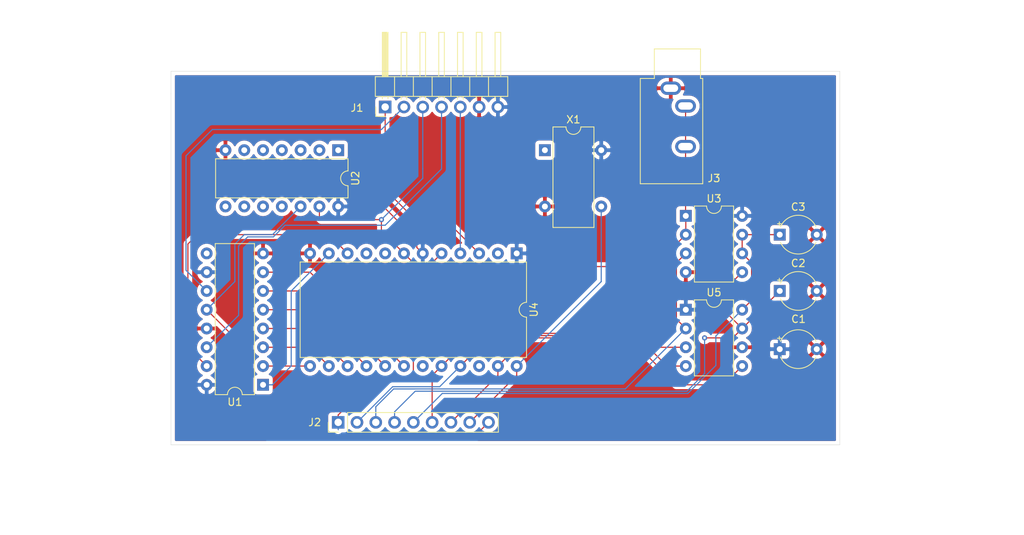
<source format=kicad_pcb>
(kicad_pcb (version 20171130) (host pcbnew "(5.1.4)-1")
  (layers (0 F.Cu signal) (31 B.Cu signal) (36 B.SilkS user) (37 F.SilkS user) (38 B.Mask user) (39 F.Mask user) (44 Edge.Cuts user))
  (net 0 "")
  (net 1 +5V)
  (net 2 GND)
  (net 3 DAC_RB)
  (net 4 DAC_MP)
  (net 5 YM_RST_N)
  (net 6 SERIAL_CLK)
  (net 7 WR_N)
  (net 8 SERIAL_IN)
  (net 9 YM_A0)
  (net 10 AUDIO_LINE)
  (net 11 D_SOUND)
  (net 12 BUFF)
  (net 13 SYNC)
  (net 14 DAC_CLK)
  (net 15 358_CLK)
  (net 16 REG_CLK)
  (net 17 D1)
  (net 18 "Net-(U1-Pad9)")
  (net 19 D2)
  (net 20 D3)
  (net 21 D4)
  (net 22 D5)
  (net 23 D6)
  (net 24 D7)
  (net 25 DO)
  (net 26 "Net-(U2-Pad1)")
  (net 27 "Net-(U2-Pad8)")
  (net 28 "Net-(U2-Pad2)")
  (net 29 "Net-(U2-Pad9)")
  (net 30 "Net-(U2-Pad3)")
  (net 31 "Net-(U2-Pad10)")
  (net 32 "Net-(U2-Pad4)")
  (net 33 "Net-(U2-Pad11)")
  (net 34 "Net-(U2-Pad5)")
  (net 35 "Net-(U2-Pad6)")
  (net 36 "Net-(U4-Pad2)")
  (net 37 "Net-(U4-Pad19)")
  (net 38 "Net-(U4-Pad8)")
  (net 39 "Net-(U4-Pad9)")
  (net 40 "Net-(U4-Pad22)")
  (net 41 "Net-(X1-Pad1)")
  (module Package_DIP:DIP-8_W7.62mm (layer F.Cu) (at 127 49.53)
    (fp_text reference U3 (at 3.81 -2.33) (layer F.SilkS))
    (fp_text value LM358)
    (fp_line (start 6.46 -1.33) (end 4.81 -1.33) (layer F.SilkS) (width 0.12))
    (fp_line (start 6.46 8.95) (end 6.46 -1.33) (layer F.SilkS) (width 0.12))
    (fp_line (start 1.16 8.95) (end 6.46 8.95) (layer F.SilkS) (width 0.12))
    (fp_line (start 1.16 -1.33) (end 1.16 8.95) (layer F.SilkS) (width 0.12))
    (fp_line (start 2.81 -1.33) (end 1.16 -1.33) (layer F.SilkS) (width 0.12))
    (fp_arc (start 3.81 -1.33) (end 2.81 -1.33) (angle -180) (layer F.SilkS) (width 0.12))
    (pad 8 thru_hole oval (at 7.62 0) (size 1.6 1.6) (drill 0.8) (layers *.Cu *.Mask) (net 1 +5V))
    (pad 4 thru_hole oval (at 0 7.62) (size 1.6 1.6) (drill 0.8) (layers *.Cu *.Mask) (net 2 GND))
    (pad 7 thru_hole oval (at 7.62 2.54) (size 1.6 1.6) (drill 0.8) (layers *.Cu *.Mask) (net 4 DAC_MP))
    (pad 3 thru_hole oval (at 0 5.08) (size 1.6 1.6) (drill 0.8) (layers *.Cu *.Mask) (net 12 BUFF))
    (pad 6 thru_hole oval (at 7.62 5.08) (size 1.6 1.6) (drill 0.8) (layers *.Cu *.Mask) (net 4 DAC_MP))
    (pad 2 thru_hole oval (at 0 2.54) (size 1.6 1.6) (drill 0.8) (layers *.Cu *.Mask) (net 10 AUDIO_LINE))
    (pad 5 thru_hole oval (at 7.62 7.62) (size 1.6 1.6) (drill 0.8) (layers *.Cu *.Mask) (net 3 DAC_RB))
    (pad 1 thru_hole rect (at 0 0) (size 1.6 1.6) (drill 0.8) (layers *.Cu *.Mask) (net 10 AUDIO_LINE))
  )
  (module Package_DIP:DIP-8_W7.62mm (layer F.Cu) (at 127 62.23)
    (fp_text reference U5 (at 3.81 -2.33) (layer F.SilkS))
    (fp_text value YM3014B)
    (fp_arc (start 3.81 -1.33) (end 2.81 -1.33) (angle -180) (layer F.SilkS) (width 0.12))
    (fp_line (start 2.81 -1.33) (end 1.16 -1.33) (layer F.SilkS) (width 0.12))
    (fp_line (start 1.16 -1.33) (end 1.16 8.95) (layer F.SilkS) (width 0.12))
    (fp_line (start 1.16 8.95) (end 6.46 8.95) (layer F.SilkS) (width 0.12))
    (fp_line (start 6.46 8.95) (end 6.46 -1.33) (layer F.SilkS) (width 0.12))
    (fp_line (start 6.46 -1.33) (end 4.81 -1.33) (layer F.SilkS) (width 0.12))
    (pad 1 thru_hole rect (at 0 0) (size 1.6 1.6) (drill 0.8) (layers *.Cu *.Mask) (net 1 +5V))
    (pad 5 thru_hole oval (at 7.62 7.62) (size 1.6 1.6) (drill 0.8) (layers *.Cu *.Mask) (net 14 DAC_CLK))
    (pad 2 thru_hole oval (at 0 2.54) (size 1.6 1.6) (drill 0.8) (layers *.Cu *.Mask) (net 12 BUFF))
    (pad 6 thru_hole oval (at 7.62 5.08) (size 1.6 1.6) (drill 0.8) (layers *.Cu *.Mask) (net 2 GND))
    (pad 3 thru_hole oval (at 0 5.08) (size 1.6 1.6) (drill 0.8) (layers *.Cu *.Mask) (net 13 SYNC))
    (pad 7 thru_hole oval (at 7.62 2.54) (size 1.6 1.6) (drill 0.8) (layers *.Cu *.Mask) (net 3 DAC_RB))
    (pad 4 thru_hole oval (at 0 7.62) (size 1.6 1.6) (drill 0.8) (layers *.Cu *.Mask) (net 11 D_SOUND))
    (pad 8 thru_hole oval (at 7.62 0) (size 1.6 1.6) (drill 0.8) (layers *.Cu *.Mask) (net 4 DAC_MP))
  )
  (module Package_DIP:DIP-14_W7.62mm (layer F.Cu) (at 80.01 40.64 270)
    (fp_text reference U2 (at 3.81 -2.33 90) (layer F.SilkS))
    (fp_text value SN7404N)
    (fp_arc (start 3.81 -1.33) (end 2.81 -1.33) (angle -180) (layer F.SilkS) (width 0.12))
    (fp_line (start 2.81 -1.33) (end 1.16 -1.33) (layer F.SilkS) (width 0.12))
    (fp_line (start 1.16 -1.33) (end 1.16 16.57) (layer F.SilkS) (width 0.12))
    (fp_line (start 1.16 16.57) (end 6.46 16.57) (layer F.SilkS) (width 0.12))
    (fp_line (start 6.46 16.57) (end 6.46 -1.33) (layer F.SilkS) (width 0.12))
    (fp_line (start 6.46 -1.33) (end 4.81 -1.33) (layer F.SilkS) (width 0.12))
    (pad 1 thru_hole rect (at 0 0 270) (size 1.6 1.6) (drill 0.8) (layers *.Cu *.Mask) (net 26 "Net-(U2-Pad1)"))
    (pad 8 thru_hole oval (at 7.62 15.24 270) (size 1.6 1.6) (drill 0.8) (layers *.Cu *.Mask) (net 27 "Net-(U2-Pad8)"))
    (pad 2 thru_hole oval (at 0 2.54 270) (size 1.6 1.6) (drill 0.8) (layers *.Cu *.Mask) (net 28 "Net-(U2-Pad2)"))
    (pad 9 thru_hole oval (at 7.62 12.7 270) (size 1.6 1.6) (drill 0.8) (layers *.Cu *.Mask) (net 29 "Net-(U2-Pad9)"))
    (pad 3 thru_hole oval (at 0 5.08 270) (size 1.6 1.6) (drill 0.8) (layers *.Cu *.Mask) (net 30 "Net-(U2-Pad3)"))
    (pad 10 thru_hole oval (at 7.62 10.16 270) (size 1.6 1.6) (drill 0.8) (layers *.Cu *.Mask) (net 31 "Net-(U2-Pad10)"))
    (pad 4 thru_hole oval (at 0 7.62 270) (size 1.6 1.6) (drill 0.8) (layers *.Cu *.Mask) (net 32 "Net-(U2-Pad4)"))
    (pad 11 thru_hole oval (at 7.62 7.62 270) (size 1.6 1.6) (drill 0.8) (layers *.Cu *.Mask) (net 33 "Net-(U2-Pad11)"))
    (pad 5 thru_hole oval (at 0 10.16 270) (size 1.6 1.6) (drill 0.8) (layers *.Cu *.Mask) (net 34 "Net-(U2-Pad5)"))
    (pad 12 thru_hole oval (at 7.62 5.08 270) (size 1.6 1.6) (drill 0.8) (layers *.Cu *.Mask) (net 16 REG_CLK))
    (pad 6 thru_hole oval (at 0 12.7 270) (size 1.6 1.6) (drill 0.8) (layers *.Cu *.Mask) (net 35 "Net-(U2-Pad6)"))
    (pad 13 thru_hole oval (at 7.62 2.54 270) (size 1.6 1.6) (drill 0.8) (layers *.Cu *.Mask) (net 7 WR_N))
    (pad 7 thru_hole oval (at 0 15.24 270) (size 1.6 1.6) (drill 0.8) (layers *.Cu *.Mask) (net 2 GND))
    (pad 14 thru_hole oval (at 7.62 0 270) (size 1.6 1.6) (drill 0.8) (layers *.Cu *.Mask) (net 1 +5V))
  )
  (module Capacitor_THT:CP_Radial_Tantal_D5.0mm_P5.00mm (layer F.Cu) (at 139.7 67.564)
    (fp_text reference C1 (at 2.54 -4.064) (layer F.SilkS))
    (fp_text value 0.1u)
    (fp_arc (start 2.5 0) (end 0.104003 -1.06) (angle 132.27036) (layer F.SilkS) (width 0.12))
    (fp_arc (start 2.5 0) (end 0.104003 1.06) (angle -132.27036) (layer F.SilkS) (width 0.12))
    (fp_line (start -0.304775 -1.475) (end 0.195225 -1.475) (layer F.SilkS) (width 0.12))
    (fp_line (start -0.054775 -1.725) (end -0.054775 -1.225) (layer F.SilkS) (width 0.12))
    (pad 1 thru_hole rect (at 0 0) (size 1.6 1.6) (drill 0.8) (layers *.Cu *.Mask) (net 1 +5V))
    (pad 2 thru_hole circle (at 5 0) (size 1.6 1.6) (drill 0.8) (layers *.Cu *.Mask) (net 2 GND))
  )
  (module Capacitor_THT:CP_Radial_Tantal_D5.0mm_P5.00mm (layer F.Cu) (at 139.7 59.69)
    (fp_text reference C2 (at 2.5 -3.75) (layer F.SilkS))
    (fp_text value 10u)
    (fp_arc (start 2.5 0) (end 0.104003 -1.06) (angle 132.27036) (layer F.SilkS) (width 0.12))
    (fp_arc (start 2.5 0) (end 0.104003 1.06) (angle -132.27036) (layer F.SilkS) (width 0.12))
    (fp_line (start -0.304775 -1.475) (end 0.195225 -1.475) (layer F.SilkS) (width 0.12))
    (fp_line (start -0.054775 -1.725) (end -0.054775 -1.225) (layer F.SilkS) (width 0.12))
    (pad 1 thru_hole rect (at 0 0) (size 1.6 1.6) (drill 0.8) (layers *.Cu *.Mask) (net 3 DAC_RB))
    (pad 2 thru_hole circle (at 5 0) (size 1.6 1.6) (drill 0.8) (layers *.Cu *.Mask) (net 2 GND))
  )
  (module Capacitor_THT:CP_Radial_Tantal_D5.0mm_P5.00mm (layer F.Cu) (at 139.7 52.07)
    (fp_text reference C3 (at 2.5 -3.75) (layer F.SilkS))
    (fp_text value 10u)
    (fp_line (start -0.054775 -1.725) (end -0.054775 -1.225) (layer F.SilkS) (width 0.12))
    (fp_line (start -0.304775 -1.475) (end 0.195225 -1.475) (layer F.SilkS) (width 0.12))
    (fp_arc (start 2.5 0) (end 0.104003 1.06) (angle -132.27036) (layer F.SilkS) (width 0.12))
    (fp_arc (start 2.5 0) (end 0.104003 -1.06) (angle 132.27036) (layer F.SilkS) (width 0.12))
    (pad 2 thru_hole circle (at 5 0) (size 1.6 1.6) (drill 0.8) (layers *.Cu *.Mask) (net 2 GND))
    (pad 1 thru_hole rect (at 0 0) (size 1.6 1.6) (drill 0.8) (layers *.Cu *.Mask) (net 4 DAC_MP))
  )
  (module Connector_PinHeader_2.54mm:PinHeader_1x07_P2.54mm_Horizontal (layer F.Cu) (at 86.36 34.798 90)
    (fp_text reference J1 (at -0.127 -3.81 180) (layer F.SilkS))
    (fp_text value "Input Header")
    (fp_line (start 1.44 -1.33) (end 1.44 16.57) (layer F.SilkS) (width 0.12))
    (fp_line (start 1.44 16.57) (end 4.1 16.57) (layer F.SilkS) (width 0.12))
    (fp_line (start 4.1 16.57) (end 4.1 -1.33) (layer F.SilkS) (width 0.12))
    (fp_line (start 4.1 -1.33) (end 1.44 -1.33) (layer F.SilkS) (width 0.12))
    (fp_line (start 4.1 -0.38) (end 10.1 -0.38) (layer F.SilkS) (width 0.12))
    (fp_line (start 10.1 -0.38) (end 10.1 0.38) (layer F.SilkS) (width 0.12))
    (fp_line (start 10.1 0.38) (end 4.1 0.38) (layer F.SilkS) (width 0.12))
    (fp_line (start 4.1 -0.32) (end 10.1 -0.32) (layer F.SilkS) (width 0.12))
    (fp_line (start 4.1 -0.2) (end 10.1 -0.2) (layer F.SilkS) (width 0.12))
    (fp_line (start 4.1 -0.08) (end 10.1 -0.08) (layer F.SilkS) (width 0.12))
    (fp_line (start 4.1 0.04) (end 10.1 0.04) (layer F.SilkS) (width 0.12))
    (fp_line (start 4.1 0.16) (end 10.1 0.16) (layer F.SilkS) (width 0.12))
    (fp_line (start 4.1 0.28) (end 10.1 0.28) (layer F.SilkS) (width 0.12))
    (fp_line (start 1.11 -0.38) (end 1.44 -0.38) (layer F.SilkS) (width 0.12))
    (fp_line (start 1.11 0.38) (end 1.44 0.38) (layer F.SilkS) (width 0.12))
    (fp_line (start 1.44 1.27) (end 4.1 1.27) (layer F.SilkS) (width 0.12))
    (fp_line (start 4.1 2.16) (end 10.1 2.16) (layer F.SilkS) (width 0.12))
    (fp_line (start 10.1 2.16) (end 10.1 2.92) (layer F.SilkS) (width 0.12))
    (fp_line (start 10.1 2.92) (end 4.1 2.92) (layer F.SilkS) (width 0.12))
    (fp_line (start 1.042929 2.16) (end 1.44 2.16) (layer F.SilkS) (width 0.12))
    (fp_line (start 1.042929 2.92) (end 1.44 2.92) (layer F.SilkS) (width 0.12))
    (fp_line (start 1.44 3.81) (end 4.1 3.81) (layer F.SilkS) (width 0.12))
    (fp_line (start 4.1 4.7) (end 10.1 4.7) (layer F.SilkS) (width 0.12))
    (fp_line (start 10.1 4.7) (end 10.1 5.46) (layer F.SilkS) (width 0.12))
    (fp_line (start 10.1 5.46) (end 4.1 5.46) (layer F.SilkS) (width 0.12))
    (fp_line (start 1.042929 4.7) (end 1.44 4.7) (layer F.SilkS) (width 0.12))
    (fp_line (start 1.042929 5.46) (end 1.44 5.46) (layer F.SilkS) (width 0.12))
    (fp_line (start 1.44 6.35) (end 4.1 6.35) (layer F.SilkS) (width 0.12))
    (fp_line (start 4.1 7.24) (end 10.1 7.24) (layer F.SilkS) (width 0.12))
    (fp_line (start 10.1 7.24) (end 10.1 8) (layer F.SilkS) (width 0.12))
    (fp_line (start 10.1 8) (end 4.1 8) (layer F.SilkS) (width 0.12))
    (fp_line (start 1.042929 7.24) (end 1.44 7.24) (layer F.SilkS) (width 0.12))
    (fp_line (start 1.042929 8) (end 1.44 8) (layer F.SilkS) (width 0.12))
    (fp_line (start 1.44 8.89) (end 4.1 8.89) (layer F.SilkS) (width 0.12))
    (fp_line (start 4.1 9.78) (end 10.1 9.78) (layer F.SilkS) (width 0.12))
    (fp_line (start 10.1 9.78) (end 10.1 10.54) (layer F.SilkS) (width 0.12))
    (fp_line (start 10.1 10.54) (end 4.1 10.54) (layer F.SilkS) (width 0.12))
    (fp_line (start 1.042929 9.78) (end 1.44 9.78) (layer F.SilkS) (width 0.12))
    (fp_line (start 1.042929 10.54) (end 1.44 10.54) (layer F.SilkS) (width 0.12))
    (fp_line (start 1.44 11.43) (end 4.1 11.43) (layer F.SilkS) (width 0.12))
    (fp_line (start 4.1 12.32) (end 10.1 12.32) (layer F.SilkS) (width 0.12))
    (fp_line (start 10.1 12.32) (end 10.1 13.08) (layer F.SilkS) (width 0.12))
    (fp_line (start 10.1 13.08) (end 4.1 13.08) (layer F.SilkS) (width 0.12))
    (fp_line (start 1.042929 12.32) (end 1.44 12.32) (layer F.SilkS) (width 0.12))
    (fp_line (start 1.042929 13.08) (end 1.44 13.08) (layer F.SilkS) (width 0.12))
    (fp_line (start 1.44 13.97) (end 4.1 13.97) (layer F.SilkS) (width 0.12))
    (fp_line (start 4.1 14.86) (end 10.1 14.86) (layer F.SilkS) (width 0.12))
    (fp_line (start 10.1 14.86) (end 10.1 15.62) (layer F.SilkS) (width 0.12))
    (fp_line (start 10.1 15.62) (end 4.1 15.62) (layer F.SilkS) (width 0.12))
    (fp_line (start 1.042929 14.86) (end 1.44 14.86) (layer F.SilkS) (width 0.12))
    (fp_line (start 1.042929 15.62) (end 1.44 15.62) (layer F.SilkS) (width 0.12))
    (fp_line (start -1.27 0) (end -1.27 -1.27) (layer F.SilkS) (width 0.12))
    (fp_line (start -1.27 -1.27) (end 0 -1.27) (layer F.SilkS) (width 0.12))
    (pad 1 thru_hole rect (at 0 0 90) (size 1.7 1.7) (drill 1) (layers *.Cu *.Mask) (net 5 YM_RST_N))
    (pad 2 thru_hole oval (at 0 2.54 90) (size 1.7 1.7) (drill 1) (layers *.Cu *.Mask) (net 6 SERIAL_CLK))
    (pad 3 thru_hole oval (at 0 5.08 90) (size 1.7 1.7) (drill 1) (layers *.Cu *.Mask) (net 7 WR_N))
    (pad 4 thru_hole oval (at 0 7.62 90) (size 1.7 1.7) (drill 1) (layers *.Cu *.Mask) (net 8 SERIAL_IN))
    (pad 5 thru_hole oval (at 0 10.16 90) (size 1.7 1.7) (drill 1) (layers *.Cu *.Mask) (net 9 YM_A0))
    (pad 6 thru_hole oval (at 0 12.7 90) (size 1.7 1.7) (drill 1) (layers *.Cu *.Mask) (net 2 GND))
    (pad 7 thru_hole oval (at 0 15.24 90) (size 1.7 1.7) (drill 1) (layers *.Cu *.Mask) (net 1 +5V))
  )
  (module Connector_PinHeader_2.54mm:PinHeader_1x09_P2.54mm_Vertical (layer F.Cu) (at 80.01 77.47 90)
    (fp_text reference J2 (at 0 -3.175 180) (layer F.SilkS))
    (fp_text value "Thru Hole Pads")
    (fp_line (start -1.33 21.65) (end 1.33 21.65) (layer F.SilkS) (width 0.12))
    (fp_line (start -1.33 1.27) (end -1.33 21.65) (layer F.SilkS) (width 0.12))
    (fp_line (start 1.33 1.27) (end 1.33 21.65) (layer F.SilkS) (width 0.12))
    (fp_line (start -1.33 1.27) (end 1.33 1.27) (layer F.SilkS) (width 0.12))
    (fp_line (start -1.33 0) (end -1.33 -1.33) (layer F.SilkS) (width 0.12))
    (fp_line (start -1.33 -1.33) (end 0 -1.33) (layer F.SilkS) (width 0.12))
    (pad 1 thru_hole rect (at 0 0 90) (size 1.7 1.7) (drill 1) (layers *.Cu *.Mask) (net 10 AUDIO_LINE))
    (pad 2 thru_hole oval (at 0 2.54 90) (size 1.7 1.7) (drill 1) (layers *.Cu *.Mask) (net 11 D_SOUND))
    (pad 3 thru_hole oval (at 0 5.08 90) (size 1.7 1.7) (drill 1) (layers *.Cu *.Mask) (net 12 BUFF))
    (pad 4 thru_hole oval (at 0 7.62 90) (size 1.7 1.7) (drill 1) (layers *.Cu *.Mask) (net 3 DAC_RB))
    (pad 5 thru_hole oval (at 0 10.16 90) (size 1.7 1.7) (drill 1) (layers *.Cu *.Mask) (net 4 DAC_MP))
    (pad 6 thru_hole oval (at 0 12.7 90) (size 1.7 1.7) (drill 1) (layers *.Cu *.Mask) (net 13 SYNC))
    (pad 7 thru_hole oval (at 0 15.24 90) (size 1.7 1.7) (drill 1) (layers *.Cu *.Mask) (net 14 DAC_CLK))
    (pad 8 thru_hole oval (at 0 17.78 90) (size 1.7 1.7) (drill 1) (layers *.Cu *.Mask) (net 15 358_CLK))
    (pad 9 thru_hole oval (at 0 20.32 90) (size 1.7 1.7) (drill 1) (layers *.Cu *.Mask) (net 16 REG_CLK))
  )
  (module Connector_Audio:Jack_3.5mm_CUI_SJ1-3533NG_Horizontal (layer F.Cu) (at 124.968 32.258)
    (fp_text reference J3 (at 5.842 12.192) (layer F.SilkS))
    (fp_text value TRS)
    (fp_line (start -2.22 -5.32) (end 4.02 -5.32) (layer F.SilkS) (width 0.12))
    (fp_line (start 4.02 -5.32) (end 4.02 -1.32) (layer F.SilkS) (width 0.12))
    (fp_line (start 4.02 -1.32) (end 4.32 -1.32) (layer F.SilkS) (width 0.12))
    (fp_line (start 4.32 -1.32) (end 4.32 12.92) (layer F.SilkS) (width 0.12))
    (fp_line (start 4.32 12.92) (end -4.12 12.92) (layer F.SilkS) (width 0.12))
    (fp_line (start -4.12 12.92) (end -4.12 -1.32) (layer F.SilkS) (width 0.12))
    (fp_line (start -4.12 -1.32) (end -2.22 -1.32) (layer F.SilkS) (width 0.12))
    (fp_line (start -2.22 -1.32) (end -2.22 -5.32) (layer F.SilkS) (width 0.12))
    (pad S thru_hole oval (at 0 0) (size 2.8 1.8) (drill oval 2 1) (layers *.Cu *.Mask) (net 2 GND))
    (pad T thru_hole oval (at 2 2.4) (size 2.8 1.8) (drill oval 2 1) (layers *.Cu *.Mask) (net 10 AUDIO_LINE))
    (pad R thru_hole oval (at 2 7.9) (size 2.8 1.8) (drill oval 2 1) (layers *.Cu *.Mask) (net 10 AUDIO_LINE))
  )
  (module Package_DIP:DIP-16_W7.62mm (layer F.Cu) (at 69.85 72.39 180)
    (fp_text reference U1 (at 3.81 -2.33) (layer F.SilkS))
    (fp_text value 74HC595)
    (fp_arc (start 3.81 -1.33) (end 2.81 -1.33) (angle -180) (layer F.SilkS) (width 0.12))
    (fp_line (start 2.81 -1.33) (end 1.16 -1.33) (layer F.SilkS) (width 0.12))
    (fp_line (start 1.16 -1.33) (end 1.16 19.11) (layer F.SilkS) (width 0.12))
    (fp_line (start 1.16 19.11) (end 6.46 19.11) (layer F.SilkS) (width 0.12))
    (fp_line (start 6.46 19.11) (end 6.46 -1.33) (layer F.SilkS) (width 0.12))
    (fp_line (start 6.46 -1.33) (end 4.81 -1.33) (layer F.SilkS) (width 0.12))
    (pad 1 thru_hole rect (at 0 0 180) (size 1.6 1.6) (drill 0.8) (layers *.Cu *.Mask) (net 17 D1))
    (pad 9 thru_hole oval (at 7.62 17.78 180) (size 1.6 1.6) (drill 0.8) (layers *.Cu *.Mask) (net 18 "Net-(U1-Pad9)"))
    (pad 2 thru_hole oval (at 0 2.54 180) (size 1.6 1.6) (drill 0.8) (layers *.Cu *.Mask) (net 19 D2))
    (pad 10 thru_hole oval (at 7.62 15.24 180) (size 1.6 1.6) (drill 0.8) (layers *.Cu *.Mask) (net 1 +5V))
    (pad 3 thru_hole oval (at 0 5.08 180) (size 1.6 1.6) (drill 0.8) (layers *.Cu *.Mask) (net 20 D3))
    (pad 11 thru_hole oval (at 7.62 12.7 180) (size 1.6 1.6) (drill 0.8) (layers *.Cu *.Mask) (net 6 SERIAL_CLK))
    (pad 4 thru_hole oval (at 0 7.62 180) (size 1.6 1.6) (drill 0.8) (layers *.Cu *.Mask) (net 21 D4))
    (pad 12 thru_hole oval (at 7.62 10.16 180) (size 1.6 1.6) (drill 0.8) (layers *.Cu *.Mask) (net 16 REG_CLK))
    (pad 5 thru_hole oval (at 0 10.16 180) (size 1.6 1.6) (drill 0.8) (layers *.Cu *.Mask) (net 22 D5))
    (pad 13 thru_hole oval (at 7.62 7.62 180) (size 1.6 1.6) (drill 0.8) (layers *.Cu *.Mask) (net 2 GND))
    (pad 6 thru_hole oval (at 0 12.7 180) (size 1.6 1.6) (drill 0.8) (layers *.Cu *.Mask) (net 23 D6))
    (pad 14 thru_hole oval (at 7.62 5.08 180) (size 1.6 1.6) (drill 0.8) (layers *.Cu *.Mask) (net 8 SERIAL_IN))
    (pad 7 thru_hole oval (at 0 15.24 180) (size 1.6 1.6) (drill 0.8) (layers *.Cu *.Mask) (net 24 D7))
    (pad 15 thru_hole oval (at 7.62 2.54 180) (size 1.6 1.6) (drill 0.8) (layers *.Cu *.Mask) (net 25 DO))
    (pad 8 thru_hole oval (at 0 17.78 180) (size 1.6 1.6) (drill 0.8) (layers *.Cu *.Mask) (net 2 GND))
    (pad 16 thru_hole oval (at 7.62 0 180) (size 1.6 1.6) (drill 0.8) (layers *.Cu *.Mask) (net 1 +5V))
  )
  (module Package_DIP:DIP-24_W15.24mm (layer F.Cu) (at 104.14 54.61 270)
    (fp_text reference U4 (at 7.62 -2.33 90) (layer F.SilkS))
    (fp_text value YM3812)
    (fp_arc (start 7.62 -1.33) (end 6.62 -1.33) (angle -180) (layer F.SilkS) (width 0.12))
    (fp_line (start 6.62 -1.33) (end 1.16 -1.33) (layer F.SilkS) (width 0.12))
    (fp_line (start 1.16 -1.33) (end 1.16 29.27) (layer F.SilkS) (width 0.12))
    (fp_line (start 1.16 29.27) (end 14.08 29.27) (layer F.SilkS) (width 0.12))
    (fp_line (start 14.08 29.27) (end 14.08 -1.33) (layer F.SilkS) (width 0.12))
    (fp_line (start 14.08 -1.33) (end 8.62 -1.33) (layer F.SilkS) (width 0.12))
    (pad 1 thru_hole rect (at 0 0 270) (size 1.6 1.6) (drill 0.8) (layers *.Cu *.Mask) (net 1 +5V))
    (pad 13 thru_hole oval (at 15.24 27.94 270) (size 1.6 1.6) (drill 0.8) (layers *.Cu *.Mask) (net 19 D2))
    (pad 2 thru_hole oval (at 0 2.54 270) (size 1.6 1.6) (drill 0.8) (layers *.Cu *.Mask) (net 36 "Net-(U4-Pad2)"))
    (pad 14 thru_hole oval (at 15.24 25.4 270) (size 1.6 1.6) (drill 0.8) (layers *.Cu *.Mask) (net 20 D3))
    (pad 3 thru_hole oval (at 0 5.08 270) (size 1.6 1.6) (drill 0.8) (layers *.Cu *.Mask) (net 5 YM_RST_N))
    (pad 15 thru_hole oval (at 15.24 22.86 270) (size 1.6 1.6) (drill 0.8) (layers *.Cu *.Mask) (net 21 D4))
    (pad 4 thru_hole oval (at 0 7.62 270) (size 1.6 1.6) (drill 0.8) (layers *.Cu *.Mask) (net 9 YM_A0))
    (pad 16 thru_hole oval (at 15.24 20.32 270) (size 1.6 1.6) (drill 0.8) (layers *.Cu *.Mask) (net 22 D5))
    (pad 5 thru_hole oval (at 0 10.16 270) (size 1.6 1.6) (drill 0.8) (layers *.Cu *.Mask) (net 7 WR_N))
    (pad 17 thru_hole oval (at 15.24 17.78 270) (size 1.6 1.6) (drill 0.8) (layers *.Cu *.Mask) (net 23 D6))
    (pad 6 thru_hole oval (at 0 12.7 270) (size 1.6 1.6) (drill 0.8) (layers *.Cu *.Mask) (net 1 +5V))
    (pad 18 thru_hole oval (at 15.24 15.24 270) (size 1.6 1.6) (drill 0.8) (layers *.Cu *.Mask) (net 24 D7))
    (pad 7 thru_hole oval (at 0 15.24 270) (size 1.6 1.6) (drill 0.8) (layers *.Cu *.Mask) (net 7 WR_N))
    (pad 19 thru_hole oval (at 15.24 12.7 270) (size 1.6 1.6) (drill 0.8) (layers *.Cu *.Mask) (net 37 "Net-(U4-Pad19)"))
    (pad 8 thru_hole oval (at 0 17.78 270) (size 1.6 1.6) (drill 0.8) (layers *.Cu *.Mask) (net 38 "Net-(U4-Pad8)"))
    (pad 20 thru_hole oval (at 15.24 10.16 270) (size 1.6 1.6) (drill 0.8) (layers *.Cu *.Mask) (net 13 SYNC))
    (pad 9 thru_hole oval (at 0 20.32 270) (size 1.6 1.6) (drill 0.8) (layers *.Cu *.Mask) (net 39 "Net-(U4-Pad9)"))
    (pad 21 thru_hole oval (at 15.24 7.62 270) (size 1.6 1.6) (drill 0.8) (layers *.Cu *.Mask) (net 11 D_SOUND))
    (pad 10 thru_hole oval (at 0 22.86 270) (size 1.6 1.6) (drill 0.8) (layers *.Cu *.Mask) (net 25 DO))
    (pad 22 thru_hole oval (at 15.24 5.08 270) (size 1.6 1.6) (drill 0.8) (layers *.Cu *.Mask) (net 40 "Net-(U4-Pad22)"))
    (pad 11 thru_hole oval (at 0 25.4 270) (size 1.6 1.6) (drill 0.8) (layers *.Cu *.Mask) (net 17 D1))
    (pad 23 thru_hole oval (at 15.24 2.54 270) (size 1.6 1.6) (drill 0.8) (layers *.Cu *.Mask) (net 14 DAC_CLK))
    (pad 12 thru_hole oval (at 0 27.94 270) (size 1.6 1.6) (drill 0.8) (layers *.Cu *.Mask) (net 2 GND))
    (pad 24 thru_hole oval (at 15.24 0 270) (size 1.6 1.6) (drill 0.8) (layers *.Cu *.Mask) (net 15 358_CLK))
  )
  (module Oscillator:Oscillator_SeikoEpson_SG-8002DC (layer F.Cu) (at 107.95 40.64)
    (fp_text reference X1 (at 3.86 -4.14) (layer F.SilkS))
    (fp_text value SG-531)
    (fp_line (start 2.86 -3.14) (end 1.09 -3.14) (layer F.SilkS) (width 0.12))
    (fp_line (start 1.09 -3.14) (end 1.09 10.46) (layer F.SilkS) (width 0.12))
    (fp_line (start 1.09 10.46) (end 6.63 10.46) (layer F.SilkS) (width 0.12))
    (fp_line (start 6.63 10.46) (end 6.63 -3.14) (layer F.SilkS) (width 0.12))
    (fp_line (start 6.63 -3.14) (end 4.86 -3.14) (layer F.SilkS) (width 0.12))
    (fp_arc (start 3.86 -3.14) (end 2.86 -3.14) (angle -180) (layer F.SilkS) (width 0.12))
    (pad 1 thru_hole rect (at 0 0) (size 1.6 1.6) (drill 0.8) (layers *.Cu *.Mask) (net 41 "Net-(X1-Pad1)"))
    (pad 5 thru_hole oval (at 7.62 7.62) (size 1.6 1.6) (drill 0.8) (layers *.Cu *.Mask) (net 15 358_CLK))
    (pad 4 thru_hole oval (at 0 7.62) (size 1.6 1.6) (drill 0.8) (layers *.Cu *.Mask) (net 2 GND))
    (pad 8 thru_hole oval (at 7.62 0) (size 1.6 1.6) (drill 0.8) (layers *.Cu *.Mask) (net 1 +5V))
  )
  (gr_line (start 57.404 29.972) (end 57.404 33.02) (layer Edge.Cuts) (width 0.05))
  (gr_line (start 147.828 29.972) (end 57.404 29.972) (layer Edge.Cuts) (width 0.05))
  (gr_line (start 147.828 80.518) (end 147.828 29.972) (layer Edge.Cuts) (width 0.05))
  (gr_line (start 57.404 80.518) (end 147.828 80.518) (layer Edge.Cuts) (width 0.05))
  (gr_line (start 57.404 33.02) (end 57.404 80.518) (layer Edge.Cuts) (width 0.05))
  (segment (start 80.01 48.26) (end 85.09 48.26) (width 0.1524) (layer F.Cu) (net 1))
  (segment (start 85.09 48.26) (end 86.106 48.26) (width 0.1524) (layer F.Cu) (net 1))
  (segment (start 90.640001 52.794001) (end 86.106 48.26) (width 0.1524) (layer F.Cu) (net 1))
  (segment (start 90.640001 53.810001) (end 90.640001 52.794001) (width 0.1524) (layer F.Cu) (net 1))
  (segment (start 91.44 54.61) (end 90.640001 53.810001) (width 0.1524) (layer F.Cu) (net 1))
  (via (at 85.852 50.038) (size 0.6858) (drill 0.3302) (layers F.Cu B.Cu) (net 7))
  (segment (start 134.62 64.77) (end 139.7 59.69) (width 0.1524) (layer F.Cu) (net 3))
  (segment (start 131.826 61.976) (end 134.62 64.77) (width 0.1524) (layer F.Cu) (net 3))
  (segment (start 134.62 57.15) (end 131.826 59.944) (width 0.1524) (layer F.Cu) (net 3))
  (segment (start 131.826 59.944) (end 131.826 61.976) (width 0.1524) (layer F.Cu) (net 3))
  (segment (start 87.63 77.47) (end 87.63 76.04762) (width 0.1524) (layer B.Cu) (net 3))
  (segment (start 87.63 76.04762) (end 90.424 73.25362) (width 0.1524) (layer B.Cu) (net 3))
  (segment (start 90.424 73.25362) (end 127.15238 73.25362) (width 0.1524) (layer B.Cu) (net 3))
  (segment (start 127.15238 73.25362) (end 128.651 71.755) (width 0.1524) (layer B.Cu) (net 3))
  (segment (start 128.651 71.755) (end 129.54 70.866) (width 0.1524) (layer B.Cu) (net 3))
  (segment (start 129.54 70.866) (end 129.54 66.04) (width 0.1524) (layer B.Cu) (net 3))
  (segment (start 129.54 66.04) (end 129.54 66.04) (width 0.1524) (layer B.Cu) (net 3))
  (via (at 129.54 66.04) (size 0.6858) (drill 0.3302) (layers F.Cu B.Cu) (net 3))
  (segment (start 133.35 66.04) (end 134.62 64.77) (width 0.1524) (layer F.Cu) (net 3))
  (segment (start 129.54 66.04) (end 133.35 66.04) (width 0.1524) (layer F.Cu) (net 3))
  (segment (start 134.62 52.07) (end 134.62 54.61) (width 0.1524) (layer F.Cu) (net 4))
  (segment (start 135.419999 55.409999) (end 134.62 54.61) (width 0.1524) (layer F.Cu) (net 4))
  (segment (start 135.89 55.88) (end 135.419999 55.409999) (width 0.1524) (layer F.Cu) (net 4))
  (segment (start 135.89 60.96) (end 135.89 55.88) (width 0.1524) (layer F.Cu) (net 4))
  (segment (start 134.62 62.23) (end 135.89 60.96) (width 0.1524) (layer F.Cu) (net 4))
  (segment (start 127.278636 73.55843) (end 131.064 69.773066) (width 0.1524) (layer B.Cu) (net 4))
  (segment (start 90.17 77.47) (end 94.08157 73.55843) (width 0.1524) (layer B.Cu) (net 4))
  (segment (start 94.08157 73.55843) (end 127.278636 73.55843) (width 0.1524) (layer B.Cu) (net 4))
  (segment (start 131.064 65.786) (end 134.62 62.23) (width 0.1524) (layer B.Cu) (net 4))
  (segment (start 131.064 69.773066) (end 131.064 65.786) (width 0.1524) (layer B.Cu) (net 4))
  (segment (start 134.62 52.07) (end 139.7 52.07) (width 0.1524) (layer F.Cu) (net 4))
  (segment (start 94.234 49.784) (end 99.06 54.61) (width 0.1524) (layer F.Cu) (net 5))
  (segment (start 90.17 49.784) (end 94.234 49.784) (width 0.1524) (layer F.Cu) (net 5))
  (segment (start 86.36 45.974) (end 90.17 49.784) (width 0.1524) (layer F.Cu) (net 5))
  (segment (start 86.36 45.974) (end 86.36 34.798) (width 0.1524) (layer F.Cu) (net 5))
  (segment (start 85.852 37.846) (end 88.9 34.798) (width 0.1524) (layer B.Cu) (net 6))
  (segment (start 62.992 37.846) (end 85.852 37.846) (width 0.1524) (layer B.Cu) (net 6))
  (segment (start 59.436 41.402) (end 62.992 37.846) (width 0.1524) (layer B.Cu) (net 6))
  (segment (start 62.23 59.69) (end 59.436 56.896) (width 0.1524) (layer B.Cu) (net 6))
  (segment (start 59.436 56.896) (end 59.436 41.402) (width 0.1524) (layer B.Cu) (net 6))
  (segment (start 92.202 56.388) (end 93.98 54.61) (width 0.1524) (layer F.Cu) (net 7))
  (segment (start 88.9 54.61) (end 90.678 56.388) (width 0.1524) (layer F.Cu) (net 7))
  (segment (start 90.678 56.388) (end 92.202 56.388) (width 0.1524) (layer F.Cu) (net 7))
  (segment (start 77.724 50.038) (end 85.852 50.038) (width 0.1524) (layer F.Cu) (net 7))
  (segment (start 77.47 48.26) (end 77.47 49.784) (width 0.1524) (layer F.Cu) (net 7))
  (segment (start 77.47 49.784) (end 77.724 50.038) (width 0.1524) (layer F.Cu) (net 7))
  (segment (start 91.44 44.45) (end 91.44 43.18) (width 0.1524) (layer B.Cu) (net 7))
  (segment (start 85.852 50.038) (end 91.44 44.45) (width 0.1524) (layer B.Cu) (net 7))
  (segment (start 85.852 51.562) (end 88.9 54.61) (width 0.1524) (layer F.Cu) (net 7))
  (segment (start 85.852 50.038) (end 85.852 51.562) (width 0.1524) (layer F.Cu) (net 7))
  (segment (start 91.44 43.18) (end 91.44 34.798) (width 0.1524) (layer B.Cu) (net 7))
  (segment (start 67.76719 52.37481) (end 66.548 53.594) (width 0.1524) (layer B.Cu) (net 8))
  (segment (start 71.246256 52.37481) (end 67.76719 52.37481) (width 0.1524) (layer B.Cu) (net 8))
  (segment (start 72.821066 50.8) (end 71.246256 52.37481) (width 0.1524) (layer B.Cu) (net 8))
  (segment (start 86.36 50.8) (end 72.821066 50.8) (width 0.1524) (layer B.Cu) (net 8))
  (segment (start 93.98 43.18) (end 93.98 34.798) (width 0.1524) (layer B.Cu) (net 8))
  (segment (start 93.98 43.18) (end 86.36 50.8) (width 0.1524) (layer B.Cu) (net 8))
  (segment (start 66.548 53.594) (end 66.548 62.992) (width 0.1524) (layer B.Cu) (net 8))
  (segment (start 66.548 62.992) (end 62.23 67.31) (width 0.1524) (layer B.Cu) (net 8))
  (segment (start 96.52 43.18) (end 96.52 54.61) (width 0.1524) (layer B.Cu) (net 9))
  (segment (start 96.52 43.18) (end 96.52 34.798) (width 0.1524) (layer B.Cu) (net 9))
  (segment (start 80.01 77.47) (end 80.01 78.4724) (width 0.1524) (layer B.Cu) (net 10))
  (segment (start 127 52.07) (end 127 49.53) (width 0.1524) (layer F.Cu) (net 10))
  (segment (start 126.968 49.498) (end 127 49.53) (width 0.1524) (layer F.Cu) (net 10))
  (segment (start 126.968 40.158) (end 126.968 49.498) (width 0.1524) (layer F.Cu) (net 10))
  (segment (start 126.968 35.7104) (end 126.968 40.158) (width 0.1524) (layer F.Cu) (net 10))
  (segment (start 126.968 34.658) (end 126.968 35.7104) (width 0.1524) (layer F.Cu) (net 10))
  (segment (start 122.682 56.388) (end 127 52.07) (width 0.1524) (layer F.Cu) (net 10))
  (segment (start 100.584 56.388) (end 122.682 56.388) (width 0.1524) (layer F.Cu) (net 10))
  (segment (start 80.01 76.4676) (end 84.8496 71.628) (width 0.1524) (layer F.Cu) (net 10))
  (segment (start 80.01 77.47) (end 80.01 76.4676) (width 0.1524) (layer F.Cu) (net 10))
  (segment (start 84.8496 71.628) (end 89.127128 71.628) (width 0.1524) (layer F.Cu) (net 10))
  (segment (start 89.127128 71.628) (end 90.17 70.585128) (width 0.1524) (layer F.Cu) (net 10))
  (segment (start 90.17 70.585128) (end 90.17 66.802) (width 0.1524) (layer F.Cu) (net 10))
  (segment (start 90.17 66.802) (end 100.584 56.388) (width 0.1524) (layer F.Cu) (net 10))
  (segment (start 124.46 69.85) (end 127 69.85) (width 0.1524) (layer F.Cu) (net 11))
  (segment (start 120.34519 65.73519) (end 124.46 69.85) (width 0.1524) (layer F.Cu) (net 11))
  (segment (start 96.52 69.85) (end 100.63481 65.73519) (width 0.1524) (layer F.Cu) (net 11))
  (segment (start 100.63481 65.73519) (end 120.34519 65.73519) (width 0.1524) (layer F.Cu) (net 11))
  (segment (start 82.55 77.47) (end 87.376 72.644) (width 0.1524) (layer B.Cu) (net 11))
  (segment (start 93.726 72.644) (end 96.52 69.85) (width 0.1524) (layer B.Cu) (net 11))
  (segment (start 87.376 72.644) (end 93.726 72.644) (width 0.1524) (layer B.Cu) (net 11))
  (segment (start 127 54.61) (end 125.73 55.88) (width 0.1524) (layer F.Cu) (net 12))
  (segment (start 125.73 63.5) (end 127 64.77) (width 0.1524) (layer F.Cu) (net 12))
  (segment (start 125.73 55.88) (end 125.73 63.5) (width 0.1524) (layer F.Cu) (net 12))
  (segment (start 85.09 77.47) (end 85.09 75.361066) (width 0.1524) (layer B.Cu) (net 12))
  (segment (start 85.09 75.361066) (end 87.502256 72.94881) (width 0.1524) (layer B.Cu) (net 12))
  (segment (start 118.82119 72.94881) (end 119.126 72.644) (width 0.1524) (layer B.Cu) (net 12))
  (segment (start 87.502256 72.94881) (end 118.82119 72.94881) (width 0.1524) (layer B.Cu) (net 12))
  (segment (start 119.126 72.644) (end 127 64.77) (width 0.1524) (layer B.Cu) (net 12))
  (segment (start 93.98 69.85) (end 98.39962 65.43038) (width 0.1524) (layer F.Cu) (net 13))
  (segment (start 100.30462 65.43038) (end 121.31038 65.43038) (width 0.1524) (layer F.Cu) (net 13))
  (segment (start 100.30462 65.43038) (end 100.508554 65.43038) (width 0.1524) (layer F.Cu) (net 13))
  (segment (start 98.39962 65.43038) (end 100.30462 65.43038) (width 0.1524) (layer F.Cu) (net 13))
  (segment (start 121.31038 65.43038) (end 123.19 67.31) (width 0.1524) (layer F.Cu) (net 13))
  (segment (start 123.19 67.31) (end 127 67.31) (width 0.1524) (layer F.Cu) (net 13))
  (segment (start 92.71 71.12) (end 93.98 69.85) (width 0.1524) (layer F.Cu) (net 13))
  (segment (start 92.71 77.47) (end 92.71 71.12) (width 0.1524) (layer F.Cu) (net 13))
  (segment (start 101.6 69.85) (end 105.41 66.04) (width 0.1524) (layer F.Cu) (net 14))
  (segment (start 105.41 66.04) (end 119.38 66.04) (width 0.1524) (layer F.Cu) (net 14))
  (segment (start 119.38 66.04) (end 125.73 72.39) (width 0.1524) (layer F.Cu) (net 14))
  (segment (start 132.08 72.39) (end 134.62 69.85) (width 0.1524) (layer F.Cu) (net 14))
  (segment (start 125.73 72.39) (end 132.08 72.39) (width 0.1524) (layer F.Cu) (net 14))
  (segment (start 101.6 71.12) (end 95.25 77.47) (width 0.1524) (layer F.Cu) (net 14))
  (segment (start 101.6 69.85) (end 101.6 71.12) (width 0.1524) (layer F.Cu) (net 14))
  (segment (start 104.14 71.12) (end 97.79 77.47) (width 0.1524) (layer F.Cu) (net 15))
  (segment (start 104.14 69.85) (end 104.14 71.12) (width 0.1524) (layer F.Cu) (net 15))
  (segment (start 115.57 58.42) (end 104.14 69.85) (width 0.1524) (layer B.Cu) (net 15))
  (segment (start 115.57 48.26) (end 115.57 58.42) (width 0.1524) (layer B.Cu) (net 15))
  (segment (start 71.12 52.07) (end 74.93 48.26) (width 0.1524) (layer B.Cu) (net 16))
  (segment (start 67.31 52.07) (end 71.12 52.07) (width 0.1524) (layer B.Cu) (net 16))
  (segment (start 66.04 53.34) (end 67.31 52.07) (width 0.1524) (layer B.Cu) (net 16))
  (segment (start 62.23 62.23) (end 66.04 58.42) (width 0.1524) (layer B.Cu) (net 16))
  (segment (start 66.04 58.42) (end 66.04 53.34) (width 0.1524) (layer B.Cu) (net 16))
  (segment (start 62.23 62.23) (end 66.04 66.04) (width 0.1524) (layer F.Cu) (net 16))
  (segment (start 66.04 66.04) (end 66.04 74.676) (width 0.1524) (layer F.Cu) (net 16))
  (segment (start 98.425 79.375) (end 70.739 79.375) (width 0.1524) (layer F.Cu) (net 16))
  (segment (start 100.33 77.47) (end 98.425 79.375) (width 0.1524) (layer F.Cu) (net 16))
  (segment (start 66.04 74.676) (end 70.739 79.375) (width 0.1524) (layer F.Cu) (net 16))
  (segment (start 69.85 72.39) (end 71.12 72.39) (width 0.1524) (layer B.Cu) (net 17))
  (segment (start 71.12 72.39) (end 73.66 69.85) (width 0.1524) (layer B.Cu) (net 17))
  (segment (start 73.66 59.69) (end 78.74 54.61) (width 0.1524) (layer B.Cu) (net 17))
  (segment (start 73.66 69.85) (end 73.66 59.69) (width 0.1524) (layer B.Cu) (net 17))
  (segment (start 69.85 69.85) (end 76.2 69.85) (width 0.1524) (layer F.Cu) (net 19))
  (segment (start 76.2 67.31) (end 78.74 69.85) (width 0.1524) (layer F.Cu) (net 20))
  (segment (start 69.85 67.31) (end 76.2 67.31) (width 0.1524) (layer F.Cu) (net 20))
  (segment (start 76.2 64.77) (end 81.28 69.85) (width 0.1524) (layer F.Cu) (net 21))
  (segment (start 69.85 64.77) (end 76.2 64.77) (width 0.1524) (layer F.Cu) (net 21))
  (segment (start 76.2 62.23) (end 83.82 69.85) (width 0.1524) (layer F.Cu) (net 22))
  (segment (start 69.85 62.23) (end 76.2 62.23) (width 0.1524) (layer F.Cu) (net 22))
  (segment (start 76.2 59.69) (end 86.36 69.85) (width 0.1524) (layer F.Cu) (net 23))
  (segment (start 69.85 59.69) (end 76.2 59.69) (width 0.1524) (layer F.Cu) (net 23))
  (segment (start 76.2 57.15) (end 88.9 69.85) (width 0.1524) (layer F.Cu) (net 24))
  (segment (start 69.85 57.15) (end 76.2 57.15) (width 0.1524) (layer F.Cu) (net 24))
  (segment (start 62.23 69.85) (end 59.69 67.31) (width 0.1524) (layer F.Cu) (net 25))
  (segment (start 59.69 67.31) (end 59.69 53.34) (width 0.1524) (layer F.Cu) (net 25))
  (segment (start 59.69 53.34) (end 60.96 52.07) (width 0.1524) (layer F.Cu) (net 25))
  (segment (start 78.74 52.07) (end 81.28 54.61) (width 0.1524) (layer F.Cu) (net 25))
  (segment (start 60.96 52.07) (end 78.74 52.07) (width 0.1524) (layer F.Cu) (net 25))
  (zone (net 2) (net_name GND) (layer F.Cu) (connect_pads (clearance 0.508)) (min_thickness 0.254) (fill yes (arc_segments 32) (thermal_gap 0.508) (thermal_bridge_width 0.508))
    (polygon (pts (xy 35.56 21.59) (xy 35.56 91.44) (xy 171.45 90.17) (xy 171.45 21.59)))
  )
  (zone (net 1) (net_name +5V) (layer B.Cu) (connect_pads (clearance 0.508)) (min_thickness 0.254) (fill yes (arc_segments 32) (thermal_gap 0.508) (thermal_bridge_width 0.508))
    (polygon (pts (xy 34.29 20.32) (xy 34.29 92.71) (xy 172.72 92.71) (xy 172.72 20.32)))
  )
)
</source>
